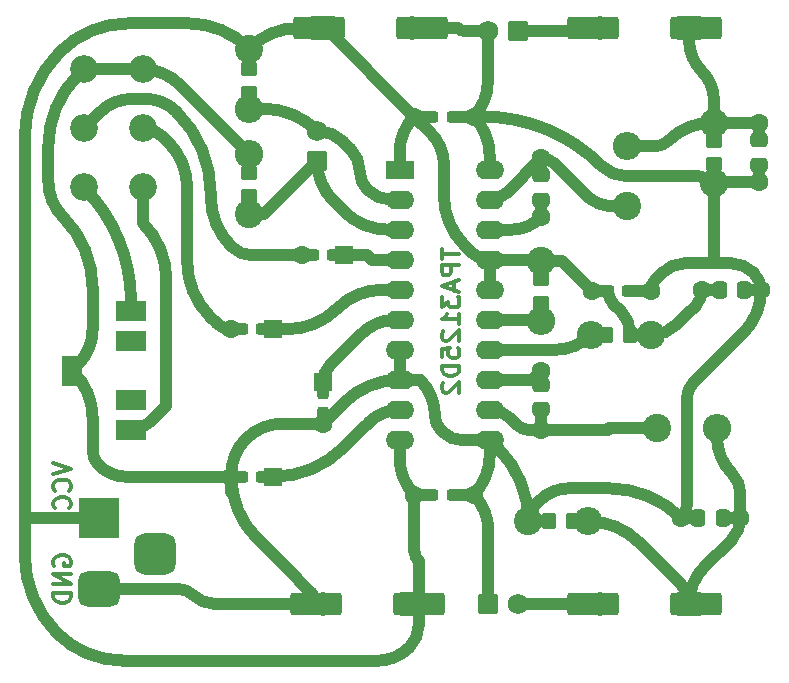
<source format=gbr>
%TF.GenerationSoftware,KiCad,Pcbnew,(6.0.2-0)*%
%TF.CreationDate,2022-02-22T22:16:16+08:00*%
%TF.ProjectId,TPA3125D2,54504133-3132-4354-9432-2e6b69636164,rev?*%
%TF.SameCoordinates,Original*%
%TF.FileFunction,Copper,L2,Bot*%
%TF.FilePolarity,Positive*%
%FSLAX46Y46*%
G04 Gerber Fmt 4.6, Leading zero omitted, Abs format (unit mm)*
G04 Created by KiCad (PCBNEW (6.0.2-0)) date 2022-02-22 22:16:16*
%MOMM*%
%LPD*%
G01*
G04 APERTURE LIST*
G04 Aperture macros list*
%AMRoundRect*
0 Rectangle with rounded corners*
0 $1 Rounding radius*
0 $2 $3 $4 $5 $6 $7 $8 $9 X,Y pos of 4 corners*
0 Add a 4 corners polygon primitive as box body*
4,1,4,$2,$3,$4,$5,$6,$7,$8,$9,$2,$3,0*
0 Add four circle primitives for the rounded corners*
1,1,$1+$1,$2,$3*
1,1,$1+$1,$4,$5*
1,1,$1+$1,$6,$7*
1,1,$1+$1,$8,$9*
0 Add four rect primitives between the rounded corners*
20,1,$1+$1,$2,$3,$4,$5,0*
20,1,$1+$1,$4,$5,$6,$7,0*
20,1,$1+$1,$6,$7,$8,$9,0*
20,1,$1+$1,$8,$9,$2,$3,0*%
G04 Aperture macros list end*
%ADD10C,0.300000*%
%TA.AperFunction,NonConductor*%
%ADD11C,0.300000*%
%TD*%
%TA.AperFunction,ComponentPad*%
%ADD12R,1.600000X1.600000*%
%TD*%
%TA.AperFunction,ComponentPad*%
%ADD13C,1.600000*%
%TD*%
%TA.AperFunction,ComponentPad*%
%ADD14RoundRect,0.250000X0.620000X-0.620000X0.620000X0.620000X-0.620000X0.620000X-0.620000X-0.620000X0*%
%TD*%
%TA.AperFunction,ComponentPad*%
%ADD15C,1.740000*%
%TD*%
%TA.AperFunction,ComponentPad*%
%ADD16R,3.500000X3.500000*%
%TD*%
%TA.AperFunction,ComponentPad*%
%ADD17RoundRect,0.750000X1.000000X-0.750000X1.000000X0.750000X-1.000000X0.750000X-1.000000X-0.750000X0*%
%TD*%
%TA.AperFunction,ComponentPad*%
%ADD18RoundRect,0.875000X0.875000X-0.875000X0.875000X0.875000X-0.875000X0.875000X-0.875000X-0.875000X0*%
%TD*%
%TA.AperFunction,ComponentPad*%
%ADD19RoundRect,0.250000X0.620000X0.620000X-0.620000X0.620000X-0.620000X-0.620000X0.620000X-0.620000X0*%
%TD*%
%TA.AperFunction,ComponentPad*%
%ADD20RoundRect,0.250000X-0.620000X-0.620000X0.620000X-0.620000X0.620000X0.620000X-0.620000X0.620000X0*%
%TD*%
%TA.AperFunction,ComponentPad*%
%ADD21C,2.400000*%
%TD*%
%TA.AperFunction,ComponentPad*%
%ADD22O,2.400000X2.400000*%
%TD*%
%TA.AperFunction,ComponentPad*%
%ADD23C,2.340000*%
%TD*%
%TA.AperFunction,ComponentPad*%
%ADD24R,2.400000X1.600000*%
%TD*%
%TA.AperFunction,ComponentPad*%
%ADD25O,2.400000X1.600000*%
%TD*%
%TA.AperFunction,ComponentPad*%
%ADD26R,2.500000X1.800000*%
%TD*%
%TA.AperFunction,ComponentPad*%
%ADD27R,1.800000X2.500000*%
%TD*%
%TA.AperFunction,ComponentPad*%
%ADD28R,2.000000X2.000000*%
%TD*%
%TA.AperFunction,ComponentPad*%
%ADD29C,2.000000*%
%TD*%
%TA.AperFunction,SMDPad,CuDef*%
%ADD30RoundRect,0.250000X1.950000X0.700000X-1.950000X0.700000X-1.950000X-0.700000X1.950000X-0.700000X0*%
%TD*%
%TA.AperFunction,SMDPad,CuDef*%
%ADD31RoundRect,0.250000X-0.475000X0.337500X-0.475000X-0.337500X0.475000X-0.337500X0.475000X0.337500X0*%
%TD*%
%TA.AperFunction,SMDPad,CuDef*%
%ADD32RoundRect,0.250000X0.475000X-0.337500X0.475000X0.337500X-0.475000X0.337500X-0.475000X-0.337500X0*%
%TD*%
%TA.AperFunction,SMDPad,CuDef*%
%ADD33RoundRect,0.250000X-0.337500X-0.475000X0.337500X-0.475000X0.337500X0.475000X-0.337500X0.475000X0*%
%TD*%
%TA.AperFunction,SMDPad,CuDef*%
%ADD34RoundRect,0.250000X-0.450000X0.350000X-0.450000X-0.350000X0.450000X-0.350000X0.450000X0.350000X0*%
%TD*%
%TA.AperFunction,SMDPad,CuDef*%
%ADD35RoundRect,0.250000X-0.350000X-0.450000X0.350000X-0.450000X0.350000X0.450000X-0.350000X0.450000X0*%
%TD*%
%TA.AperFunction,SMDPad,CuDef*%
%ADD36RoundRect,0.250000X-1.950000X-0.700000X1.950000X-0.700000X1.950000X0.700000X-1.950000X0.700000X0*%
%TD*%
%TA.AperFunction,SMDPad,CuDef*%
%ADD37RoundRect,0.237500X0.300000X0.237500X-0.300000X0.237500X-0.300000X-0.237500X0.300000X-0.237500X0*%
%TD*%
%TA.AperFunction,SMDPad,CuDef*%
%ADD38RoundRect,0.237500X-0.237500X0.300000X-0.237500X-0.300000X0.237500X-0.300000X0.237500X0.300000X0*%
%TD*%
%TA.AperFunction,SMDPad,CuDef*%
%ADD39RoundRect,0.237500X-0.300000X-0.237500X0.300000X-0.237500X0.300000X0.237500X-0.300000X0.237500X0*%
%TD*%
%TA.AperFunction,SMDPad,CuDef*%
%ADD40RoundRect,0.250000X0.450000X-0.350000X0.450000X0.350000X-0.450000X0.350000X-0.450000X-0.350000X0*%
%TD*%
%TA.AperFunction,SMDPad,CuDef*%
%ADD41RoundRect,0.250000X0.350000X0.450000X-0.350000X0.450000X-0.350000X-0.450000X0.350000X-0.450000X0*%
%TD*%
%TA.AperFunction,Conductor*%
%ADD42C,1.000000*%
%TD*%
G04 APERTURE END LIST*
D10*
D11*
X109428571Y-91300000D02*
X110928571Y-91800000D01*
X109428571Y-92300000D01*
X110785714Y-93657142D02*
X110857142Y-93585714D01*
X110928571Y-93371428D01*
X110928571Y-93228571D01*
X110857142Y-93014285D01*
X110714285Y-92871428D01*
X110571428Y-92800000D01*
X110285714Y-92728571D01*
X110071428Y-92728571D01*
X109785714Y-92800000D01*
X109642857Y-92871428D01*
X109500000Y-93014285D01*
X109428571Y-93228571D01*
X109428571Y-93371428D01*
X109500000Y-93585714D01*
X109571428Y-93657142D01*
X110785714Y-95157142D02*
X110857142Y-95085714D01*
X110928571Y-94871428D01*
X110928571Y-94728571D01*
X110857142Y-94514285D01*
X110714285Y-94371428D01*
X110571428Y-94300000D01*
X110285714Y-94228571D01*
X110071428Y-94228571D01*
X109785714Y-94300000D01*
X109642857Y-94371428D01*
X109500000Y-94514285D01*
X109428571Y-94728571D01*
X109428571Y-94871428D01*
X109500000Y-95085714D01*
X109571428Y-95157142D01*
X109500000Y-100014285D02*
X109428571Y-99871428D01*
X109428571Y-99657142D01*
X109500000Y-99442857D01*
X109642857Y-99300000D01*
X109785714Y-99228571D01*
X110071428Y-99157142D01*
X110285714Y-99157142D01*
X110571428Y-99228571D01*
X110714285Y-99300000D01*
X110857142Y-99442857D01*
X110928571Y-99657142D01*
X110928571Y-99800000D01*
X110857142Y-100014285D01*
X110785714Y-100085714D01*
X110285714Y-100085714D01*
X110285714Y-99800000D01*
X110928571Y-100728571D02*
X109428571Y-100728571D01*
X110928571Y-101585714D01*
X109428571Y-101585714D01*
X110928571Y-102300000D02*
X109428571Y-102300000D01*
X109428571Y-102657142D01*
X109500000Y-102871428D01*
X109642857Y-103014285D01*
X109785714Y-103085714D01*
X110071428Y-103157142D01*
X110285714Y-103157142D01*
X110571428Y-103085714D01*
X110714285Y-103014285D01*
X110857142Y-102871428D01*
X110928571Y-102657142D01*
X110928571Y-102300000D01*
D10*
D11*
X142307571Y-73232142D02*
X142307571Y-74089285D01*
X143807571Y-73660714D02*
X142307571Y-73660714D01*
X143807571Y-74589285D02*
X142307571Y-74589285D01*
X142307571Y-75160714D01*
X142379000Y-75303571D01*
X142450428Y-75375000D01*
X142593285Y-75446428D01*
X142807571Y-75446428D01*
X142950428Y-75375000D01*
X143021857Y-75303571D01*
X143093285Y-75160714D01*
X143093285Y-74589285D01*
X143379000Y-76017857D02*
X143379000Y-76732142D01*
X143807571Y-75875000D02*
X142307571Y-76375000D01*
X143807571Y-76875000D01*
X142307571Y-77232142D02*
X142307571Y-78160714D01*
X142879000Y-77660714D01*
X142879000Y-77875000D01*
X142950428Y-78017857D01*
X143021857Y-78089285D01*
X143164714Y-78160714D01*
X143521857Y-78160714D01*
X143664714Y-78089285D01*
X143736142Y-78017857D01*
X143807571Y-77875000D01*
X143807571Y-77446428D01*
X143736142Y-77303571D01*
X143664714Y-77232142D01*
X143807571Y-79589285D02*
X143807571Y-78732142D01*
X143807571Y-79160714D02*
X142307571Y-79160714D01*
X142521857Y-79017857D01*
X142664714Y-78875000D01*
X142736142Y-78732142D01*
X142450428Y-80160714D02*
X142379000Y-80232142D01*
X142307571Y-80375000D01*
X142307571Y-80732142D01*
X142379000Y-80875000D01*
X142450428Y-80946428D01*
X142593285Y-81017857D01*
X142736142Y-81017857D01*
X142950428Y-80946428D01*
X143807571Y-80089285D01*
X143807571Y-81017857D01*
X142307571Y-82375000D02*
X142307571Y-81660714D01*
X143021857Y-81589285D01*
X142950428Y-81660714D01*
X142879000Y-81803571D01*
X142879000Y-82160714D01*
X142950428Y-82303571D01*
X143021857Y-82375000D01*
X143164714Y-82446428D01*
X143521857Y-82446428D01*
X143664714Y-82375000D01*
X143736142Y-82303571D01*
X143807571Y-82160714D01*
X143807571Y-81803571D01*
X143736142Y-81660714D01*
X143664714Y-81589285D01*
X143807571Y-83089285D02*
X142307571Y-83089285D01*
X142307571Y-83446428D01*
X142379000Y-83660714D01*
X142521857Y-83803571D01*
X142664714Y-83875000D01*
X142950428Y-83946428D01*
X143164714Y-83946428D01*
X143450428Y-83875000D01*
X143593285Y-83803571D01*
X143736142Y-83660714D01*
X143807571Y-83446428D01*
X143807571Y-83089285D01*
X142450428Y-84517857D02*
X142379000Y-84589285D01*
X142307571Y-84732142D01*
X142307571Y-85089285D01*
X142379000Y-85232142D01*
X142450428Y-85303571D01*
X142593285Y-85375000D01*
X142736142Y-85375000D01*
X142950428Y-85303571D01*
X143807571Y-84446428D01*
X143807571Y-85375000D01*
D12*
%TO.P,C3,1*%
%TO.N,Net-(C3-Pad1)*%
X128000000Y-80000000D03*
D13*
%TO.P,C3,2*%
%TO.N,Net-(C3-Pad2)*%
X124500000Y-80000000D03*
%TD*%
D12*
%TO.P,C7,1*%
%TO.N,Net-(C5-Pad1)*%
X132250000Y-84500000D03*
D13*
%TO.P,C7,2*%
%TO.N,GNDREF*%
X132250000Y-88000000D03*
%TD*%
D12*
%TO.P,C8,1*%
%TO.N,Net-(C6-Pad1)*%
X128000000Y-92500000D03*
D13*
%TO.P,C8,2*%
%TO.N,GNDREF*%
X124500000Y-92500000D03*
%TD*%
%TO.P,C14,1*%
%TO.N,GNDREF*%
X145000000Y-62000000D03*
%TO.P,C14,2*%
%TO.N,VCC*%
X140000000Y-62000000D03*
%TD*%
%TO.P,C15,1*%
%TO.N,GNDREF*%
X145000000Y-94000000D03*
%TO.P,C15,2*%
%TO.N,VCC*%
X140000000Y-94000000D03*
%TD*%
%TO.P,C22,1*%
%TO.N,VCC*%
X155000000Y-76750000D03*
%TO.P,C22,2*%
%TO.N,GNDREF*%
X160000000Y-76750000D03*
%TD*%
D14*
%TO.P,J3,1,Pin_1*%
%TO.N,/MUTE*%
X131750000Y-65750000D03*
D15*
%TO.P,J3,2,Pin_2*%
%TO.N,/\u002ASD*%
X131750000Y-63210000D03*
%TD*%
D16*
%TO.P,J2,1*%
%TO.N,VCC*%
X113292500Y-96000000D03*
D17*
%TO.P,J2,2*%
%TO.N,GNDREF*%
X113292500Y-102000000D03*
D18*
%TO.P,J2,3*%
%TO.N,unconnected-(J2-Pad3)*%
X117992500Y-99000000D03*
%TD*%
D19*
%TO.P,J4,1,Pin_1*%
%TO.N,Net-(C29-Pad2)*%
X148750000Y-54750000D03*
D15*
%TO.P,J4,2,Pin_2*%
%TO.N,GNDREF*%
X146210000Y-54750000D03*
%TD*%
D20*
%TO.P,J5,1,Pin_1*%
%TO.N,GNDREF*%
X146250000Y-103250000D03*
D15*
%TO.P,J5,2,Pin_2*%
%TO.N,Net-(C31-Pad2)*%
X148790000Y-103250000D03*
%TD*%
D21*
%TO.P,L1,1*%
%TO.N,Net-(C20-Pad1)*%
X157988000Y-69596000D03*
D22*
%TO.P,L1,2*%
%TO.N,Net-(C25-Pad1)*%
X157988000Y-64516000D03*
%TD*%
D21*
%TO.P,L2,1*%
%TO.N,Net-(C17-Pad1)*%
X160528000Y-88392000D03*
D22*
%TO.P,L2,2*%
%TO.N,Net-(C26-Pad2)*%
X165608000Y-88392000D03*
%TD*%
D23*
%TO.P,RV1,1,1*%
%TO.N,GNDREF*%
X112000000Y-58000000D03*
%TO.P,RV1,2,2*%
%TO.N,Net-(C1-Pad2)*%
X112000000Y-63000000D03*
%TO.P,RV1,3,3*%
%TO.N,Net-(J1-PadT)*%
X112000000Y-68000000D03*
%TO.P,RV1,4,4*%
%TO.N,GNDREF*%
X117000000Y-58000000D03*
%TO.P,RV1,5,5*%
%TO.N,Net-(C3-Pad2)*%
X117000000Y-63000000D03*
%TO.P,RV1,6,6*%
%TO.N,Net-(J1-PadR)*%
X117000000Y-68000000D03*
%TD*%
D24*
%TO.P,U1,1,Pin_1*%
%TO.N,VCC*%
X138750000Y-66500000D03*
D25*
%TO.P,U1,2,Pin_2*%
%TO.N,/\u002ASD*%
X138750000Y-69040000D03*
%TO.P,U1,3,Pin_3*%
%TO.N,/MUTE*%
X138750000Y-71580000D03*
%TO.P,U1,4,Pin_4*%
%TO.N,Net-(C1-Pad1)*%
X138750000Y-74120000D03*
%TO.P,U1,5,Pin_5*%
%TO.N,Net-(C3-Pad1)*%
X138750000Y-76660000D03*
%TO.P,U1,6,Pin_6*%
%TO.N,Net-(C5-Pad1)*%
X138750000Y-79200000D03*
%TO.P,U1,7,Pin_7*%
%TO.N,GNDREF*%
X138750000Y-81740000D03*
%TO.P,U1,8,Pin_8*%
X138750000Y-84280000D03*
%TO.P,U1,9,Pin_9*%
%TO.N,Net-(C6-Pad1)*%
X138750000Y-86820000D03*
%TO.P,U1,10,Pin_10*%
%TO.N,VCC*%
X138750000Y-89360000D03*
%TO.P,U1,11,Pin_11*%
%TO.N,GNDREF*%
X146370000Y-89360000D03*
%TO.P,U1,12,Pin_12*%
%TO.N,Net-(C17-Pad1)*%
X146370000Y-86820000D03*
%TO.P,U1,13,Pin_13*%
%TO.N,Net-(C17-Pad2)*%
X146370000Y-84280000D03*
%TO.P,U1,14,Pin_14*%
%TO.N,/GAIN1*%
X146370000Y-81740000D03*
%TO.P,U1,15,Pin_15*%
%TO.N,/GAIN0*%
X146370000Y-79200000D03*
%TO.P,U1,16,Pin_16*%
%TO.N,VCC*%
X146370000Y-76660000D03*
%TO.P,U1,17,Pin_17*%
X146370000Y-74120000D03*
%TO.P,U1,18,Pin_18*%
%TO.N,Net-(C20-Pad2)*%
X146370000Y-71580000D03*
%TO.P,U1,19,Pin_19*%
%TO.N,Net-(C20-Pad1)*%
X146370000Y-69040000D03*
%TO.P,U1,20,Pin_20*%
%TO.N,GNDREF*%
X146370000Y-66500000D03*
%TD*%
D12*
%TO.P,C2,1*%
%TO.N,Net-(C1-Pad1)*%
X134000000Y-73750000D03*
D13*
%TO.P,C2,2*%
%TO.N,Net-(C1-Pad2)*%
X130500000Y-73750000D03*
%TD*%
%TO.P,C20,1*%
%TO.N,Net-(C20-Pad1)*%
X150750000Y-65500000D03*
%TO.P,C20,2*%
%TO.N,Net-(C20-Pad2)*%
X150750000Y-70500000D03*
%TD*%
D26*
%TO.P,J1,R*%
%TO.N,Net-(J1-PadR)*%
X116000000Y-88500000D03*
%TO.P,J1,RN*%
%TO.N,unconnected-(J1-PadRN)*%
X116000000Y-86000000D03*
D27*
%TO.P,J1,S*%
%TO.N,GNDREF*%
X111000000Y-83500000D03*
D26*
%TO.P,J1,T*%
%TO.N,Net-(J1-PadT)*%
X116000000Y-78500000D03*
%TO.P,J1,TN*%
%TO.N,unconnected-(J1-PadTN)*%
X116000000Y-81000000D03*
%TD*%
D28*
%TO.P,C9,1*%
%TO.N,VCC*%
X132250000Y-54500000D03*
D29*
%TO.P,C9,2*%
%TO.N,GNDREF*%
X139750000Y-54500000D03*
%TD*%
D28*
%TO.P,C10,1*%
%TO.N,VCC*%
X139750000Y-103250000D03*
D29*
%TO.P,C10,2*%
%TO.N,GNDREF*%
X132250000Y-103250000D03*
%TD*%
D13*
%TO.P,C27,1*%
%TO.N,Net-(C25-Pad1)*%
X169164000Y-62524000D03*
%TO.P,C27,2*%
%TO.N,GNDREF*%
X169164000Y-67524000D03*
%TD*%
%TO.P,C28,1*%
%TO.N,GNDREF*%
X162600000Y-96012000D03*
%TO.P,C28,2*%
%TO.N,Net-(C26-Pad2)*%
X167600000Y-96012000D03*
%TD*%
D28*
%TO.P,C29,1*%
%TO.N,Net-(C25-Pad1)*%
X163250000Y-54500000D03*
D29*
%TO.P,C29,2*%
%TO.N,Net-(C29-Pad2)*%
X155750000Y-54500000D03*
%TD*%
D28*
%TO.P,C32,1*%
%TO.N,Net-(C26-Pad2)*%
X163250000Y-103250000D03*
D29*
%TO.P,C32,2*%
%TO.N,Net-(C31-Pad2)*%
X155750000Y-103250000D03*
%TD*%
D21*
%TO.P,R11,1*%
%TO.N,Net-(C25-Pad1)*%
X165354000Y-62530000D03*
D22*
%TO.P,R11,2*%
%TO.N,GNDREF*%
X165354000Y-67610000D03*
%TD*%
D13*
%TO.P,C18,1*%
%TO.N,Net-(C17-Pad1)*%
X150750000Y-88500000D03*
%TO.P,C18,2*%
%TO.N,Net-(C17-Pad2)*%
X150750000Y-83500000D03*
%TD*%
D21*
%TO.P,R1,1*%
%TO.N,VCC*%
X126000000Y-56250000D03*
D22*
%TO.P,R1,2*%
%TO.N,/\u002ASD*%
X126000000Y-61330000D03*
%TD*%
D21*
%TO.P,R2,1*%
%TO.N,/MUTE*%
X126000000Y-70250000D03*
D22*
%TO.P,R2,2*%
%TO.N,GNDREF*%
X126000000Y-65170000D03*
%TD*%
D21*
%TO.P,R6,1*%
%TO.N,VCC*%
X150750000Y-74250000D03*
D22*
%TO.P,R6,2*%
%TO.N,/GAIN0*%
X150750000Y-79330000D03*
%TD*%
D21*
%TO.P,R10,1*%
%TO.N,VCC*%
X160000000Y-80500000D03*
D22*
%TO.P,R10,2*%
%TO.N,/GAIN1*%
X154920000Y-80500000D03*
%TD*%
D21*
%TO.P,R12,1*%
%TO.N,GNDREF*%
X149652000Y-96266000D03*
D22*
%TO.P,R12,2*%
%TO.N,Net-(C26-Pad2)*%
X154732000Y-96266000D03*
%TD*%
D13*
%TO.P,C24,1*%
%TO.N,VCC*%
X164338000Y-76708000D03*
%TO.P,C24,2*%
%TO.N,GNDREF*%
X169338000Y-76708000D03*
%TD*%
D30*
%TO.P,C12,1*%
%TO.N,VCC*%
X140350000Y-103250000D03*
%TO.P,C12,2*%
%TO.N,GNDREF*%
X131650000Y-103250000D03*
%TD*%
D31*
%TO.P,C21,1*%
%TO.N,Net-(C20-Pad1)*%
X150750000Y-66962500D03*
%TO.P,C21,2*%
%TO.N,Net-(C20-Pad2)*%
X150750000Y-69037500D03*
%TD*%
D32*
%TO.P,C17,1*%
%TO.N,Net-(C17-Pad1)*%
X150750000Y-86787500D03*
%TO.P,C17,2*%
%TO.N,Net-(C17-Pad2)*%
X150750000Y-84712500D03*
%TD*%
D33*
%TO.P,C26,1*%
%TO.N,GNDREF*%
X164041000Y-96012000D03*
%TO.P,C26,2*%
%TO.N,Net-(C26-Pad2)*%
X166116000Y-96012000D03*
%TD*%
D30*
%TO.P,C31,1*%
%TO.N,Net-(C26-Pad2)*%
X163850000Y-103250000D03*
%TO.P,C31,2*%
%TO.N,Net-(C31-Pad2)*%
X155150000Y-103250000D03*
%TD*%
D34*
%TO.P,R8,1*%
%TO.N,Net-(C25-Pad1)*%
X165354000Y-64024000D03*
%TO.P,R8,2*%
%TO.N,GNDREF*%
X165354000Y-66024000D03*
%TD*%
D35*
%TO.P,R9,1*%
%TO.N,GNDREF*%
X151416000Y-96266000D03*
%TO.P,R9,2*%
%TO.N,Net-(C26-Pad2)*%
X153416000Y-96266000D03*
%TD*%
D36*
%TO.P,C11,1*%
%TO.N,VCC*%
X131900000Y-54500000D03*
%TO.P,C11,2*%
%TO.N,GNDREF*%
X140600000Y-54500000D03*
%TD*%
D37*
%TO.P,C13,1*%
%TO.N,GNDREF*%
X143225000Y-62000000D03*
%TO.P,C13,2*%
%TO.N,VCC*%
X141500000Y-62000000D03*
%TD*%
%TO.P,C1,1*%
%TO.N,Net-(C1-Pad1)*%
X133112500Y-73750000D03*
%TO.P,C1,2*%
%TO.N,Net-(C1-Pad2)*%
X131387500Y-73750000D03*
%TD*%
%TO.P,C4,1*%
%TO.N,Net-(C3-Pad1)*%
X127112500Y-80000000D03*
%TO.P,C4,2*%
%TO.N,Net-(C3-Pad2)*%
X125387500Y-80000000D03*
%TD*%
D38*
%TO.P,C5,1*%
%TO.N,Net-(C5-Pad1)*%
X132250000Y-85387500D03*
%TO.P,C5,2*%
%TO.N,GNDREF*%
X132250000Y-87112500D03*
%TD*%
D37*
%TO.P,C16,1*%
%TO.N,GNDREF*%
X143225000Y-94000000D03*
%TO.P,C16,2*%
%TO.N,VCC*%
X141500000Y-94000000D03*
%TD*%
D39*
%TO.P,C19,1*%
%TO.N,VCC*%
X156387500Y-76750000D03*
%TO.P,C19,2*%
%TO.N,GNDREF*%
X158112500Y-76750000D03*
%TD*%
D37*
%TO.P,C6,1*%
%TO.N,Net-(C6-Pad1)*%
X127112500Y-92500000D03*
%TO.P,C6,2*%
%TO.N,GNDREF*%
X125387500Y-92500000D03*
%TD*%
D34*
%TO.P,R3,1*%
%TO.N,VCC*%
X126000000Y-58000000D03*
%TO.P,R3,2*%
%TO.N,/\u002ASD*%
X126000000Y-60000000D03*
%TD*%
D40*
%TO.P,R4,1*%
%TO.N,/MUTE*%
X126000000Y-68750000D03*
%TO.P,R4,2*%
%TO.N,GNDREF*%
X126000000Y-66750000D03*
%TD*%
D34*
%TO.P,R5,1*%
%TO.N,VCC*%
X150750000Y-75750000D03*
%TO.P,R5,2*%
%TO.N,/GAIN0*%
X150750000Y-77750000D03*
%TD*%
D41*
%TO.P,R7,1*%
%TO.N,VCC*%
X158250000Y-80500000D03*
%TO.P,R7,2*%
%TO.N,/GAIN1*%
X156250000Y-80500000D03*
%TD*%
D33*
%TO.P,C23,1*%
%TO.N,VCC*%
X165862000Y-76708000D03*
%TO.P,C23,2*%
%TO.N,GNDREF*%
X167937000Y-76708000D03*
%TD*%
D31*
%TO.P,C25,1*%
%TO.N,Net-(C25-Pad1)*%
X169164000Y-63986500D03*
%TO.P,C25,2*%
%TO.N,GNDREF*%
X169164000Y-66061500D03*
%TD*%
D30*
%TO.P,C30,1*%
%TO.N,Net-(C25-Pad1)*%
X163850000Y-54500000D03*
%TO.P,C30,2*%
%TO.N,Net-(C29-Pad2)*%
X155150000Y-54500000D03*
%TD*%
D42*
%TO.N,Net-(C1-Pad2)*%
X117250000Y-60500000D02*
X116090990Y-60500000D01*
X119921573Y-61671573D02*
X119810660Y-61560660D01*
X122750000Y-68775127D02*
X122750000Y-68500000D01*
X130500000Y-73750000D02*
X131387500Y-73750000D01*
X130500000Y-73750000D02*
X126310660Y-73750000D01*
X113375000Y-61625000D02*
X112000000Y-63000000D01*
X119921573Y-61671573D02*
G75*
G02*
X122750000Y-68500000I-6828436J-6828431D01*
G01*
X113375000Y-61625000D02*
G75*
G02*
X116090990Y-60500000I2715991J-2715991D01*
G01*
X122750000Y-68775127D02*
G75*
G03*
X124500000Y-73000000I5974874J1D01*
G01*
X124500000Y-73000000D02*
G75*
G03*
X126310660Y-73750000I1810662J1810664D01*
G01*
X117250000Y-60500000D02*
G75*
G02*
X119810660Y-61560660I2J-3621315D01*
G01*
%TO.N,Net-(C1-Pad1)*%
X134000000Y-73750000D02*
X133112500Y-73750000D01*
X136370000Y-74120000D02*
X136000000Y-73750000D01*
X138750000Y-74120000D02*
X136370000Y-74120000D01*
X134000000Y-73750000D02*
X136000000Y-73750000D01*
%TO.N,GNDREF*%
X112750000Y-76535533D02*
X112750000Y-80000000D01*
X112000000Y-58000000D02*
X111474874Y-58525126D01*
X160000000Y-76750000D02*
X158112500Y-76750000D01*
X124500000Y-92500000D02*
X124500000Y-93750000D01*
X131256849Y-102300848D02*
X129032000Y-100076000D01*
X145000000Y-62000000D02*
X145768973Y-62000000D01*
X145000000Y-62000000D02*
X143225000Y-62000000D01*
X126000000Y-65170000D02*
X120124006Y-59294006D01*
X138750000Y-81740000D02*
X138750000Y-84280000D01*
X146370000Y-66500000D02*
X146370000Y-65307472D01*
X109000000Y-64500000D02*
X109000000Y-67482234D01*
X123060660Y-103250000D02*
X132250000Y-103250000D01*
X117000000Y-58000000D02*
X112000000Y-58000000D01*
X157975235Y-67056000D02*
X164016526Y-67056000D01*
X146210000Y-54750000D02*
X144257553Y-54750000D01*
X141732000Y-87323215D02*
X141732000Y-87376000D01*
X124500000Y-92500000D02*
X115664213Y-92500000D01*
X124500000Y-92250482D02*
X124500000Y-92500000D01*
X113292500Y-102000000D02*
X120042894Y-102000000D01*
X132250000Y-88000000D02*
X128822607Y-88000000D01*
X153074840Y-93472000D02*
X156467898Y-93472000D01*
X165354000Y-67610000D02*
X165354000Y-66024000D01*
X132250000Y-87112500D02*
X132250000Y-88000000D01*
X124500000Y-92500000D02*
X125387500Y-92500000D01*
X149652000Y-96266000D02*
X151416000Y-96266000D01*
X169164000Y-67524000D02*
X169164000Y-66061500D01*
X134004243Y-86245757D02*
X132250000Y-88000000D01*
X167844590Y-80313409D02*
X166116000Y-82042000D01*
X163068000Y-85808420D02*
X163068000Y-94882149D01*
X165354000Y-67610000D02*
X165354000Y-73808790D01*
X150223342Y-94886658D02*
X150622000Y-94488000D01*
X162600000Y-96012000D02*
X164041000Y-96012000D01*
X169338000Y-76708000D02*
X167937000Y-76708000D01*
X112750000Y-90292894D02*
X112750000Y-87500000D01*
X168656000Y-75184000D02*
X168742616Y-75270616D01*
X126000000Y-66750000D02*
X126000000Y-65170000D01*
X111159009Y-83659009D02*
X111000000Y-83500000D01*
X139750000Y-54500000D02*
X143654000Y-54500000D01*
X111512563Y-82987437D02*
X111000000Y-83500000D01*
X145000000Y-94000000D02*
X143225000Y-94000000D01*
X165608000Y-74422000D02*
X166816370Y-74422000D01*
X138750000Y-84280000D02*
X140471459Y-84280000D01*
X146370000Y-89360000D02*
X143911143Y-89360000D01*
X162875630Y-74422000D02*
X165608000Y-74422000D01*
X142494000Y-88773000D02*
X142181013Y-88460013D01*
X146210000Y-54750000D02*
X146210000Y-59078802D01*
X147089445Y-90079445D02*
X146370000Y-89360000D01*
X146370000Y-89360000D02*
X146370000Y-90692528D01*
X166116000Y-82042000D02*
X163576000Y-84582000D01*
X146250000Y-103250000D02*
X146250000Y-97017766D01*
X169164000Y-67524000D02*
X165561622Y-67524000D01*
X160374767Y-75845234D02*
X161036000Y-75184000D01*
X129032000Y-100076000D02*
X126652434Y-97696434D01*
X165354000Y-67610000D02*
G75*
G03*
X164016526Y-67056000I-1337476J-1337478D01*
G01*
X111159009Y-83659009D02*
G75*
G02*
X112750000Y-87500000I-3840990J-3840991D01*
G01*
X157975235Y-67055999D02*
G75*
G02*
X155829001Y-66166999I2J3035238D01*
G01*
X134004243Y-86245757D02*
G75*
G02*
X138750000Y-84280000I4745759J-4745762D01*
G01*
X109000001Y-64500000D02*
G75*
G02*
X111474875Y-58525127I8449747J0D01*
G01*
X155829000Y-66167000D02*
G75*
G03*
X145768973Y-62000000I-10060028J-10060028D01*
G01*
X124500001Y-92250482D02*
G75*
G02*
X125730001Y-89281001I4199485J-2D01*
G01*
X153074840Y-93472000D02*
G75*
G03*
X150622000Y-94488000I2J-3468843D01*
G01*
X169337999Y-76708000D02*
G75*
G03*
X168742615Y-75270617I-2032762J2D01*
G01*
X142494000Y-88773000D02*
G75*
G03*
X143911143Y-89360000I1417142J1417140D01*
G01*
X160374767Y-75845234D02*
G75*
G03*
X160000000Y-76750000I904766J-904767D01*
G01*
X162600000Y-96012000D02*
G75*
G03*
X163068000Y-94882149I-1129858J1129855D01*
G01*
X124500000Y-92500000D02*
G75*
G03*
X126652434Y-97696434I7348868J1D01*
G01*
X163068000Y-85808420D02*
G75*
G02*
X163576000Y-84582000I1734424J-2D01*
G01*
X143654000Y-54500000D02*
G75*
G03*
X144257553Y-54750000I603553J603552D01*
G01*
X145000000Y-94000000D02*
G75*
G03*
X146370000Y-90692528I-3307471J3307472D01*
G01*
X167844590Y-80313409D02*
G75*
G03*
X169338000Y-76708000I-3605397J3605405D01*
G01*
X145000000Y-62000000D02*
G75*
G03*
X146210000Y-59078802I-2921200J2921199D01*
G01*
X147089445Y-90079445D02*
G75*
G02*
X149652000Y-96266000I-6186553J-6186554D01*
G01*
X110250000Y-70500000D02*
G75*
G02*
X109000000Y-67482234I3017772J3017769D01*
G01*
X162875630Y-74422000D02*
G75*
G03*
X161036000Y-75184000I-2J-2601623D01*
G01*
X123060660Y-103250000D02*
G75*
G02*
X121250000Y-102500000I2J2560664D01*
G01*
X168656000Y-75184000D02*
G75*
G03*
X166816370Y-74422000I-1839634J-1839639D01*
G01*
X111512563Y-82987437D02*
G75*
G03*
X112750000Y-80000000I-2987434J2987436D01*
G01*
X117000000Y-58000001D02*
G75*
G02*
X120124005Y-59294007I3J-4418003D01*
G01*
X112750000Y-76535533D02*
G75*
G03*
X110250000Y-70500000I-8535534J-1D01*
G01*
X141732000Y-87323215D02*
G75*
G03*
X140471459Y-84280000I-4303757J-1D01*
G01*
X165354000Y-67610000D02*
G75*
G02*
X165561622Y-67524000I207624J-207626D01*
G01*
X145000000Y-94000000D02*
G75*
G02*
X146250000Y-97017766I-3017761J-3017765D01*
G01*
X112750001Y-90292894D02*
G75*
G03*
X113250001Y-91499999I1707107J1D01*
G01*
X131256849Y-102300848D02*
G75*
G02*
X131650000Y-103250000I-949160J-949154D01*
G01*
X145000000Y-62000000D02*
G75*
G02*
X146370000Y-65307472I-3307467J-3307470D01*
G01*
X113250000Y-91500000D02*
G75*
G03*
X115664213Y-92500000I2414210J2414205D01*
G01*
X125730000Y-89281000D02*
G75*
G02*
X128822607Y-88000000I3092604J-3092598D01*
G01*
X165608000Y-74422000D02*
G75*
G02*
X165354000Y-73808790I613220J613214D01*
G01*
X162600000Y-96012000D02*
G75*
G03*
X156467898Y-93472000I-6132106J-6132110D01*
G01*
X121250000Y-102500000D02*
G75*
G03*
X120042894Y-102000000I-1207107J-1207108D01*
G01*
X141732000Y-87376000D02*
G75*
G03*
X142181013Y-88460013I1533027J1D01*
G01*
X150223342Y-94886658D02*
G75*
G03*
X149652000Y-96266000I1379341J-1379341D01*
G01*
%TO.N,VCC*%
X138750000Y-89360000D02*
X138750000Y-90982234D01*
X140000000Y-94000000D02*
X140000000Y-98790054D01*
X140000000Y-94000000D02*
X141500000Y-94000000D01*
X121698765Y-108051235D02*
X115305672Y-108051235D01*
X158250000Y-80500000D02*
X158250000Y-80310660D01*
X140000000Y-62000000D02*
X141500000Y-62000000D01*
X163068000Y-78740000D02*
X162232896Y-79575104D01*
X141362000Y-63362000D02*
X140000000Y-62000000D01*
X132532088Y-108077000D02*
X134327000Y-108077000D01*
X132250000Y-54500000D02*
X130158000Y-54500000D01*
X107000000Y-95750000D02*
X107000000Y-63742640D01*
X140000000Y-62000000D02*
X139961275Y-62038725D01*
X160000000Y-80500000D02*
X158250000Y-80500000D01*
X138750000Y-66500000D02*
X138750000Y-64963000D01*
X113292500Y-96000000D02*
X107603553Y-96000000D01*
X150750000Y-74250000D02*
X150750000Y-75750000D01*
X127210420Y-108077000D02*
X121698765Y-108051235D01*
X163799185Y-78008816D02*
X163068000Y-78740000D01*
X164338000Y-76708000D02*
X165862000Y-76708000D01*
X144907000Y-73558741D02*
X144195629Y-72847370D01*
X140350000Y-103250000D02*
X140350000Y-99635028D01*
X132250000Y-54500000D02*
X132500000Y-54500000D01*
X146370000Y-74120000D02*
X146261999Y-74120000D01*
X150620000Y-74120000D02*
X150750000Y-74250000D01*
X126000000Y-56250000D02*
X126000000Y-58000000D01*
X152500000Y-74250000D02*
X155000000Y-76750000D01*
X126000000Y-56250000D02*
X126047286Y-56202714D01*
X155000000Y-76750000D02*
X156387500Y-76750000D01*
X150750000Y-74250000D02*
X152500000Y-74250000D01*
X134327000Y-108077000D02*
X127210420Y-108077000D01*
X140350000Y-105058157D02*
X140350000Y-99635028D01*
X134327000Y-108077000D02*
X136813554Y-108077000D01*
X146370000Y-74120000D02*
X150620000Y-74120000D01*
X146370000Y-76660000D02*
X146370000Y-74120000D01*
X140350000Y-103250000D02*
X139750000Y-103250000D01*
X156838281Y-77838280D02*
X157500000Y-78500000D01*
X107000000Y-99110913D02*
X107000000Y-95750000D01*
X115789284Y-54102000D02*
X120814270Y-54102000D01*
X142500000Y-68753760D02*
X142500000Y-66109375D01*
X132500000Y-54500000D02*
X140000000Y-62000000D01*
X144907000Y-73558741D02*
G75*
G03*
X146261999Y-74120000I1354997J1354995D01*
G01*
X138750000Y-64963000D02*
G75*
G02*
X139961275Y-62038725I4135543J2D01*
G01*
X107000000Y-99110913D02*
G75*
G03*
X109750000Y-105750000I9389079J-3D01*
G01*
X139573000Y-106934000D02*
G75*
G02*
X136813554Y-108077000I-2759447J2759448D01*
G01*
X107000000Y-95750000D02*
G75*
G03*
X107603553Y-96000000I603553J603552D01*
G01*
X130158000Y-54500001D02*
G75*
G03*
X126047287Y-56202715I4J-5813435D01*
G01*
X126000000Y-56250000D02*
G75*
G03*
X120814270Y-54102000I-5185728J-5185724D01*
G01*
X140350000Y-99635028D02*
G75*
G02*
X140000000Y-98790054I844976J844975D01*
G01*
X140000000Y-94000000D02*
G75*
G02*
X138750000Y-90982234I3017761J3017765D01*
G01*
X109750000Y-105750000D02*
G75*
G03*
X115305672Y-108051235I5555670J5555666D01*
G01*
X156838281Y-77838280D02*
G75*
G02*
X156387500Y-76750000I1088276J1088279D01*
G01*
X157500000Y-78500000D02*
G75*
G02*
X158250000Y-80310660I-1810664J-1810662D01*
G01*
X142500001Y-68753760D02*
G75*
G03*
X144195629Y-72847370I5789236J-1D01*
G01*
X140349999Y-105058157D02*
G75*
G02*
X139572999Y-106933999I-2652844J1D01*
G01*
X141362000Y-63362000D02*
G75*
G02*
X142500000Y-66109375I-2747372J-2747374D01*
G01*
X160000000Y-80499999D02*
G75*
G03*
X162232895Y-79575103I4J3157781D01*
G01*
X110000000Y-56500000D02*
G75*
G03*
X107000000Y-63742640I7242642J-7242641D01*
G01*
X163799185Y-78008816D02*
G75*
G03*
X164338000Y-76708000I-1300826J1300819D01*
G01*
X115789284Y-54102001D02*
G75*
G03*
X110000000Y-56500000I0J-8187284D01*
G01*
%TO.N,Net-(J1-PadR)*%
X117707107Y-87792893D02*
X119000000Y-86500000D01*
X119000000Y-86500000D02*
X119000000Y-75828427D01*
X117000000Y-71000000D02*
X117000000Y-68000000D01*
X117707107Y-87792893D02*
G75*
G02*
X116000000Y-88500000I-1707106J1707104D01*
G01*
X117000000Y-71000000D02*
G75*
G02*
X119000000Y-75828427I-4828425J-4828426D01*
G01*
%TO.N,Net-(J1-PadT)*%
X116000000Y-78500000D02*
X116000000Y-77656854D01*
X112000000Y-68000000D02*
G75*
G02*
X116000000Y-77656854I-9656851J-9656853D01*
G01*
%TO.N,/\u002ASD*%
X126000000Y-61330000D02*
X127211279Y-61330000D01*
X138750000Y-69040000D02*
X138047353Y-69040000D01*
X126000000Y-60000000D02*
X126000000Y-61330000D01*
X131750000Y-63210000D02*
X131751853Y-63210000D01*
X133985000Y-64135000D02*
X134580158Y-64730158D01*
X135382000Y-66665975D02*
G75*
G03*
X136017000Y-68199000I2168019J-2D01*
G01*
X135381999Y-66665975D02*
G75*
G03*
X134580157Y-64730159I-2737667J-4D01*
G01*
X133985000Y-64135000D02*
G75*
G03*
X131751853Y-63210000I-2233145J-2233141D01*
G01*
X131750000Y-63210000D02*
G75*
G03*
X127211279Y-61330000I-4538721J-4538720D01*
G01*
X136017000Y-68199000D02*
G75*
G03*
X138047353Y-69040000I2030354J2030355D01*
G01*
%TO.N,/MUTE*%
X126000000Y-68750000D02*
X126000000Y-70250000D01*
X138750000Y-71580000D02*
X137814457Y-71580000D01*
X127250000Y-70250000D02*
X131750000Y-65750000D01*
X126000000Y-70250000D02*
X127250000Y-70250000D01*
X134000000Y-70000000D02*
X133164214Y-69164214D01*
X134000000Y-70000000D02*
G75*
G03*
X137814457Y-71580000I3814459J3814462D01*
G01*
X131750000Y-65750000D02*
G75*
G03*
X133164214Y-69164214I4828421J-2D01*
G01*
%TO.N,Net-(C3-Pad1)*%
X129208671Y-80000000D02*
X128000000Y-80000000D01*
X138750000Y-76660000D02*
X137272143Y-76660000D01*
X128000000Y-80000000D02*
X127112500Y-80000000D01*
X129208671Y-79999999D02*
G75*
G03*
X133476999Y-78231999I1J6036325D01*
G01*
X133477000Y-78232000D02*
G75*
G02*
X137272143Y-76660000I3795142J-3795139D01*
G01*
%TO.N,Net-(C3-Pad2)*%
X119159010Y-64159009D02*
X118707107Y-63707107D01*
X120750000Y-68000000D02*
X120750000Y-74250000D01*
X122694544Y-78944543D02*
X123250000Y-79500000D01*
X124457106Y-80000000D02*
X124500000Y-80000000D01*
X124500000Y-80000000D02*
X125387500Y-80000000D01*
X119159010Y-64159009D02*
G75*
G02*
X120750000Y-68000000I-3840996J-3840992D01*
G01*
X122694544Y-78944543D02*
G75*
G02*
X120750000Y-74250000I4694533J4694540D01*
G01*
X118707107Y-63707107D02*
G75*
G03*
X117000000Y-63000000I-1707106J-1707104D01*
G01*
X124457106Y-79999999D02*
G75*
G02*
X123250001Y-79499999I1J1707107D01*
G01*
%TO.N,Net-(C20-Pad1)*%
X154432000Y-68580000D02*
X151777679Y-65925679D01*
X150750000Y-65500000D02*
X147803970Y-68446030D01*
X157988000Y-69596000D02*
X156884840Y-69596000D01*
X150750000Y-66962500D02*
X150750000Y-65500000D01*
X146370000Y-69039999D02*
G75*
G03*
X147803969Y-68446029I-1J2027941D01*
G01*
X154432000Y-68580000D02*
G75*
G03*
X156884840Y-69596000I2452840J2452839D01*
G01*
X150750000Y-65500001D02*
G75*
G02*
X151777678Y-65925680I2J-1453351D01*
G01*
%TO.N,Net-(C5-Pad1)*%
X135509000Y-80391000D02*
X132851041Y-83048959D01*
X138750000Y-79200000D02*
X138384328Y-79200000D01*
X132250000Y-84500000D02*
X132250000Y-85387500D01*
X135509000Y-80391000D02*
G75*
G02*
X138384328Y-79200000I2875325J-2875320D01*
G01*
X132250001Y-84500000D02*
G75*
G02*
X132851042Y-83048960I2052069J5D01*
G01*
%TO.N,Net-(C6-Pad1)*%
X135636000Y-88392000D02*
X134022673Y-90005327D01*
X136117642Y-87910359D02*
X135636000Y-88392000D01*
X128000000Y-92500000D02*
X127112500Y-92500000D01*
X136117642Y-87910359D02*
G75*
G02*
X138750000Y-86820000I2632358J-2632355D01*
G01*
X128000000Y-92499999D02*
G75*
G03*
X134022672Y-90005326I-3J8517352D01*
G01*
%TO.N,Net-(C17-Pad1)*%
X150750000Y-86787500D02*
X150750000Y-88500000D01*
X156464000Y-88392000D02*
X160528000Y-88392000D01*
X149590945Y-88500000D02*
X150750000Y-88500000D01*
X148126613Y-87547613D02*
X148717000Y-88138000D01*
X150750000Y-88500000D02*
X156356000Y-88500000D01*
X156356000Y-88500000D02*
X156464000Y-88392000D01*
X148126613Y-87547613D02*
G75*
G03*
X146370000Y-86820000I-1756611J-1756608D01*
G01*
X149590945Y-88500000D02*
G75*
G02*
X148717000Y-88138000I1J1235946D01*
G01*
%TO.N,/GAIN0*%
X150620000Y-79200000D02*
X150750000Y-79330000D01*
X146370000Y-79200000D02*
X150620000Y-79200000D01*
X150750000Y-79330000D02*
X150750000Y-77750000D01*
%TO.N,/GAIN1*%
X151926376Y-81740000D02*
X146370000Y-81740000D01*
X154920000Y-80500000D02*
X156250000Y-80500000D01*
X151926376Y-81740000D02*
G75*
G03*
X154920000Y-80500000I-2J4233627D01*
G01*
%TO.N,Net-(C17-Pad2)*%
X150750000Y-83500000D02*
X150750000Y-84712500D01*
X149970000Y-84280000D02*
X150750000Y-83500000D01*
X146370000Y-84280000D02*
X149970000Y-84280000D01*
%TO.N,Net-(C20-Pad2)*%
X150750000Y-69037500D02*
X150750000Y-70500000D01*
X146370000Y-71580000D02*
X148142650Y-71580000D01*
X150750000Y-70500000D02*
G75*
G02*
X148142650Y-71580000I-2607347J2607343D01*
G01*
%TO.N,Net-(C25-Pad1)*%
X169164000Y-62524000D02*
X169164000Y-63986500D01*
X165354000Y-62530000D02*
X165112207Y-62530000D01*
X163250000Y-54500000D02*
X163250000Y-55539336D01*
X165360000Y-62524000D02*
X165354000Y-62530000D01*
X165354000Y-62530000D02*
X165354000Y-64024000D01*
X160317580Y-64516000D02*
X157988000Y-64516000D01*
X165354000Y-60618840D02*
X165354000Y-62530000D01*
X169164000Y-62524000D02*
X165360000Y-62524000D01*
X161544000Y-64008000D02*
G75*
G02*
X165112207Y-62530000I3568210J-3568213D01*
G01*
X160317580Y-64516000D02*
G75*
G03*
X161544000Y-64008000I0J1734419D01*
G01*
X164338000Y-58166000D02*
G75*
G02*
X163250000Y-55539336I2626665J2626665D01*
G01*
X165354000Y-60618840D02*
G75*
G03*
X164338000Y-58166000I-3468843J-2D01*
G01*
%TO.N,Net-(C26-Pad2)*%
X167600000Y-93945062D02*
X167600000Y-96012000D01*
X160020000Y-99060000D02*
X162571177Y-101611177D01*
X154732000Y-96266000D02*
X153416000Y-96266000D01*
X167600000Y-96012000D02*
X166116000Y-96012000D01*
X158989525Y-98029524D02*
X160020000Y-99060000D01*
X165608000Y-88392000D02*
X165608000Y-89135949D01*
X166853295Y-97814705D02*
X164545420Y-100122580D01*
X166853295Y-97814705D02*
G75*
G03*
X167600000Y-96012000I-1802701J1802703D01*
G01*
X163249999Y-103250000D02*
G75*
G03*
X162571177Y-101611177I-2317650J-2D01*
G01*
X163250000Y-103250000D02*
G75*
G02*
X164545420Y-100122580I4422841J-1D01*
G01*
X166878000Y-92202000D02*
G75*
G02*
X165608000Y-89135949I3066063J3066056D01*
G01*
X158989525Y-98029524D02*
G75*
G03*
X154732000Y-96266000I-4257525J-4257527D01*
G01*
X167599999Y-93945062D02*
G75*
G03*
X166877999Y-92202001I-2465066J-2D01*
G01*
%TO.N,Net-(C29-Pad2)*%
X155150000Y-54750000D02*
X148750000Y-54750000D01*
%TO.N,Net-(C31-Pad2)*%
X155150000Y-103250000D02*
X148790000Y-103250000D01*
%TD*%
M02*

</source>
